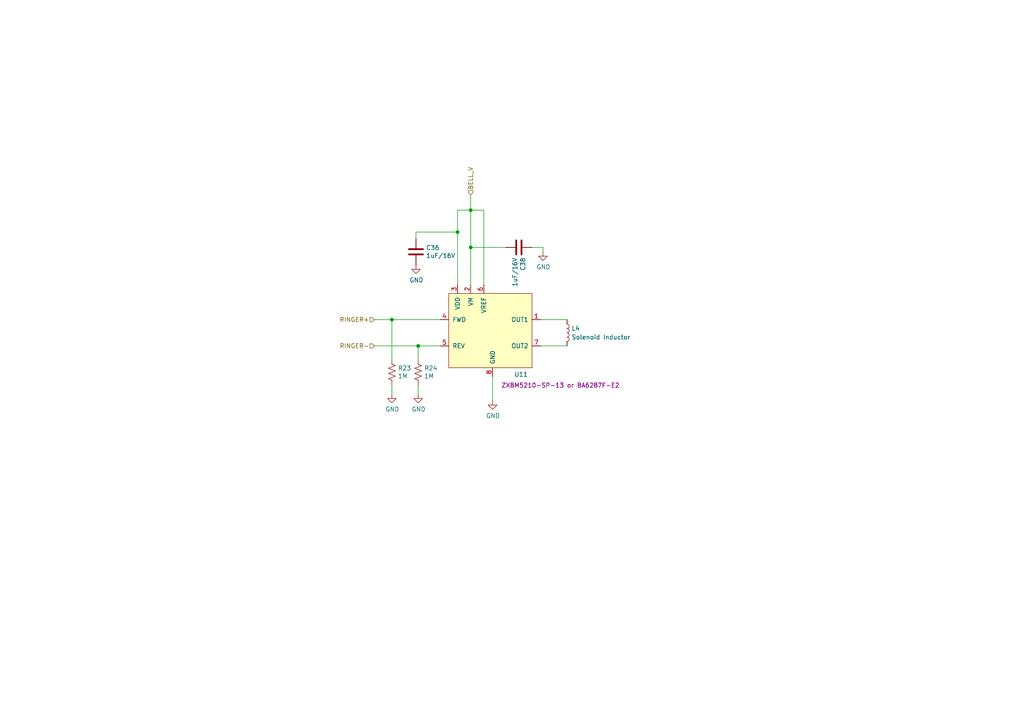
<source format=kicad_sch>
(kicad_sch (version 20211123) (generator eeschema)
  (paper "A4")
  (title_block (title "RCP 4G BELL RINGER"))
  (lib_symbols
    (symbol "Device:C" (pin_numbers hide) (pin_names (offset 0.254))
      (property "Reference" "C" (at 0.635 2.54 0))
      (property "Value" "C" (at 0.635 -2.54 0))
      (symbol "C_0_1"
        (polyline (pts (xy -2.032 -0.762) (xy 2.032 -0.762)) (stroke (width 0.508)))
        (polyline (pts (xy -2.032 0.762) (xy 2.032 0.762)) (stroke (width 0.508)))
      )
      (symbol "C_1_1"
        (pin passive line (at 0 3.81 270) (length 2.794) (name "~") (number "1"))
        (pin passive line (at 0 -3.81 90) (length 2.794) (name "~") (number "2"))
      )
    )
    (symbol "Device:L" (pin_numbers hide) (pin_names (offset 1.016) hide)
      (property "Reference" "L" (at -1.27 0 90))
      (property "Value" "L" (at 1.905 0 90))
      (symbol "L_0_1"
        (arc (start 0 -2.54) (mid 0.635 -1.905) (end 0 -1.27))
        (arc (start 0 -1.27) (mid 0.635 -0.635) (end 0 0))
        (arc (start 0 0) (mid 0.635 0.635) (end 0 1.27))
        (arc (start 0 1.27) (mid 0.635 1.905) (end 0 2.54))
      )
      (symbol "L_1_1"
        (pin passive line (at 0 3.81 270) (length 1.27) (name "1") (number "1"))
        (pin passive line (at 0 -3.81 90) (length 1.27) (name "2") (number "2"))
      )
    )
    (symbol "Device:R_US" (pin_numbers hide) (pin_names (offset 0))
      (property "Reference" "R" (at 2.54 0 90))
      (property "Value" "R_US" (at -2.54 0 90))
      (symbol "R_US_0_1"
        (polyline (pts (xy 0 -2.286) (xy 0 -2.54)))
        (polyline (pts (xy 0 2.286) (xy 0 2.54)))
        (polyline (pts (xy 0 -0.762) (xy 1.016 -1.143) (xy 0 -1.524) (xy -1.016 -1.905) (xy 0 -2.286)))
        (polyline (pts (xy 0 0.762) (xy 1.016 0.381) (xy 0 0) (xy -1.016 -0.381) (xy 0 -0.762)))
        (polyline (pts (xy 0 2.286) (xy 1.016 1.905) (xy 0 1.524) (xy -1.016 1.143) (xy 0 0.762)))
      )
      (symbol "R_US_1_1"
        (pin passive line (at 0 3.81 270) (length 1.27) (name "~") (number "1"))
        (pin passive line (at 0 -3.81 90) (length 1.27) (name "~") (number "2"))
      )
    )
    (symbol "MyLibrary:ZXBM5210-SP-13" (pin_names (offset 1.016))
      (property "Reference" "U" (at -10.16 25.4 0))
      (property "Value" "MyLibrary_ZXBM5210-SP-13" (at 0 0 0))
      (symbol "ZXBM5210-SP-13_0_1"
        (rectangle (start -12.7 11.43) (end 11.43 -10.16) (fill (type background)))
      )
      (symbol "ZXBM5210-SP-13_1_1"
        (pin power_out line (at 13.97 3.81 180) (length 2.54) (name "OUT1") (number "1"))
        (pin power_in line (at -6.35 13.97 270) (length 2.54) (name "VM") (number "2"))
        (pin power_in line (at -10.16 13.97 270) (length 2.54) (name "VDD") (number "3"))
        (pin input line (at -15.24 3.81 0) (length 2.54) (name "FWD") (number "4"))
        (pin input line (at -15.24 -3.81 0) (length 2.54) (name "REV") (number "5"))
        (pin input line (at -2.54 13.97 270) (length 2.54) (name "VREF") (number "6"))
        (pin power_out line (at 13.97 -3.81 180) (length 2.54) (name "OUT2") (number "7"))
        (pin power_in line (at 0 -12.7 90) (length 2.54) (name "GND") (number "8"))
      )
    )
    (symbol "power:GND" (power) (pin_names (offset 0))
      (property "Value" "GND" (at 0 -3.81 0))
      (symbol "GND_0_1"
        (polyline (pts (xy 0 0) (xy 0 -1.27) (xy 1.27 -1.27) (xy 0 -2.54) (xy -1.27 -1.27) (xy 0 -1.27)))
      )
      (symbol "GND_1_1"
        (pin power_in line (at 0 0 270) (length 0) hide (name "GND") (number "1"))
      )
    )
  )
  (junction (at 121.285 100.33))
  (junction (at 136.525 71.755))
  (junction (at 113.665 92.71))
  (junction (at 136.525 60.96))
  (junction (at 132.715 67.31))
  (wire (pts (xy 142.875 109.22) (xy 142.875 116.205)))
  (wire (pts (xy 113.665 114.3) (xy 113.665 111.76)))
  (wire (pts (xy 136.525 60.96) (xy 140.335 60.96)))
  (wire (pts (xy 121.285 104.14) (xy 121.285 100.33)))
  (wire (pts (xy 154.305 71.755) (xy 157.48 71.755)))
  (wire (pts (xy 113.665 92.71) (xy 127.635 92.71)))
  (wire (pts (xy 127.635 100.33) (xy 121.285 100.33)))
  (wire (pts (xy 136.525 71.755) (xy 136.525 82.55)))
  (wire (pts (xy 136.525 60.96) (xy 136.525 56.515)))
  (wire (pts (xy 136.525 71.755) (xy 146.685 71.755)))
  (wire (pts (xy 120.65 67.31) (xy 132.715 67.31)))
  (wire (pts (xy 157.48 71.755) (xy 157.48 73.025)))
  (wire (pts (xy 164.465 92.71) (xy 156.845 92.71)))
  (wire (pts (xy 132.715 60.96) (xy 136.525 60.96)))
  (wire (pts (xy 136.525 60.96) (xy 136.525 71.755)))
  (wire (pts (xy 132.715 82.55) (xy 132.715 67.31)))
  (wire (pts (xy 156.845 100.33) (xy 164.465 100.33)))
  (wire (pts (xy 108.585 92.71) (xy 113.665 92.71)))
  (wire (pts (xy 132.715 67.31) (xy 132.715 60.96)))
  (wire (pts (xy 121.285 114.3) (xy 121.285 111.76)))
  (wire (pts (xy 140.335 60.96) (xy 140.335 82.55)))
  (wire (pts (xy 121.285 100.33) (xy 108.585 100.33)))
  (wire (pts (xy 113.665 104.14) (xy 113.665 92.71)))
  (wire (pts (xy 120.65 67.31) (xy 120.65 69.215)))
  (hierarchical_label "RINGER+" (shape input) (at 108.585 92.71 180))
  (hierarchical_label "BELL_V" (shape input) (at 136.525 56.515 90))
  (hierarchical_label "RINGER-" (shape input) (at 108.585 100.33 180))
  (symbol (lib_id "Device:R_US") (at 121.285 107.95 0) (unit 1)
    (property "Reference" "R24" (at 123.0122 106.7816 0) (effects (justify left)))
    (property "Value" "1M" (at 123.0122 109.093 0) (effects (justify left)))
    (property "Footprint" "Resistor_SMD:R_0603_1608Metric" (effects hide))
  )
  (symbol (lib_id "power:GND") (at 121.285 114.3 0) (unit 1)
    (property "Reference" "#PWR0215" (effects hide))
    (property "Value" "GND" (at 121.412 118.6942 0))
  )
  (symbol (lib_id "MyLibrary:ZXBM5210-SP-13") (at 142.875 96.52 0) (unit 1)
    (property "Reference" "U11" (at 151.13 108.585 0))
    (property "Value" "Driver for Bell Coil" (effects hide))
    (property "Footprint" "MyFootprints:SO-8EP" (effects hide))
    (property "Datasheet" "https://www.diodes.com/assets/Datasheets/ZXBM5210.pdf" (effects hide))
    (property "Mfg. Name" "Diodes Inc." (effects hide))
    (property "Mfg. Part No." "ZXBM5210-SP-13 or BA6287F-E2" (at 162.56 111.76 0))
  )
  (symbol (lib_id "Device:R_US") (at 113.665 107.95 0) (unit 1)
    (property "Reference" "R23" (at 115.3922 106.7816 0) (effects (justify left)))
    (property "Value" "1M" (at 115.3922 109.093 0) (effects (justify left)))
    (property "Footprint" "Resistor_SMD:R_0603_1608Metric" (effects hide))
  )
  (symbol (lib_id "power:GND") (at 113.665 114.3 0) (unit 1)
    (property "Reference" "#PWR0214" (effects hide))
    (property "Value" "GND" (at 113.792 118.6942 0))
  )
  (symbol (lib_id "power:GND") (at 142.875 116.205 0) (unit 1)
    (property "Reference" "#PWR0228" (effects hide))
    (property "Value" "GND" (at 143.002 120.5992 0))
  )
  (symbol (lib_id "Device:C") (at 120.65 73.025 0) (unit 1)
    (property "Reference" "C36" (at 123.571 71.8566 0) (effects (justify left)))
    (property "Value" "1uF/16V" (at 123.571 74.168 0) (effects (justify left)))
    (property "Footprint" "Capacitor_SMD:C_0805_2012Metric" (effects hide))
    (property "Mfg. Name" "Kemet" (effects hide))
    (property "Mfg. Part No." "C0805C105K4RACTU" (effects hide))
  )
  (symbol (lib_id "Device:C") (at 150.495 71.755 270) (unit 1)
    (property "Reference" "C38" (at 151.6634 74.676 0) (effects (justify left)))
    (property "Value" "1uF/16V" (at 149.352 74.676 0) (effects (justify left)))
    (property "Footprint" "Capacitor_SMD:C_0805_2012Metric" (effects hide))
    (property "Mfg. Name" "Kemet" (effects hide))
    (property "Mfg. Part No." "C0805C105K4RACTU" (effects hide))
  )
  (symbol (lib_id "power:GND") (at 120.65 76.835 0) (unit 1)
    (property "Reference" "#PWR0229" (effects hide))
    (property "Value" "GND" (at 120.777 81.2292 0))
  )
  (symbol (lib_id "power:GND") (at 157.48 73.025 0) (unit 1)
    (property "Reference" "#PWR0243" (effects hide))
    (property "Value" "GND" (at 157.607 77.4192 0))
  )
  (symbol (lib_id "Device:L") (at 164.465 96.52 0) (unit 1)
    (property "Reference" "L4" (at 165.735 95.2499 0) (effects (justify left)))
    (property "Value" "Solenoid Inductor" (at 165.735 97.7899 0) (effects (justify left)))
    (property "Footprint" "MyFootprints:BournsInductor_RLB9012-472KL" (effects hide))
    (property "Mfg. Name" "Bourns" (effects hide))
    (property "Mfg. Part No." "RLB9012-472KL" (effects hide))
  )
)
</source>
